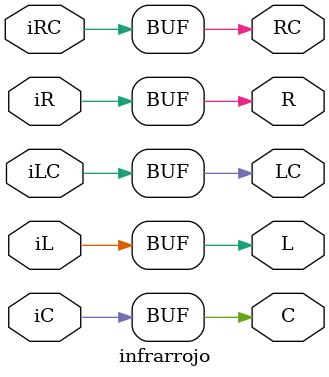
<source format=v>
`timescale 1ns / 1ps

//iR IRC IC ILC IL
//L LC  C RC R

module infrarrojo(
input iC,
input iL,
input iLC,
input iR, 
input iRC,    
output reg C,
output reg L,
output reg LC,  
output reg R,
output reg RC); 


always @* begin
    L = iL;
    LC = iLC;
    C = iC;
    RC = iRC;
    R = iR;
end

endmodule

</source>
